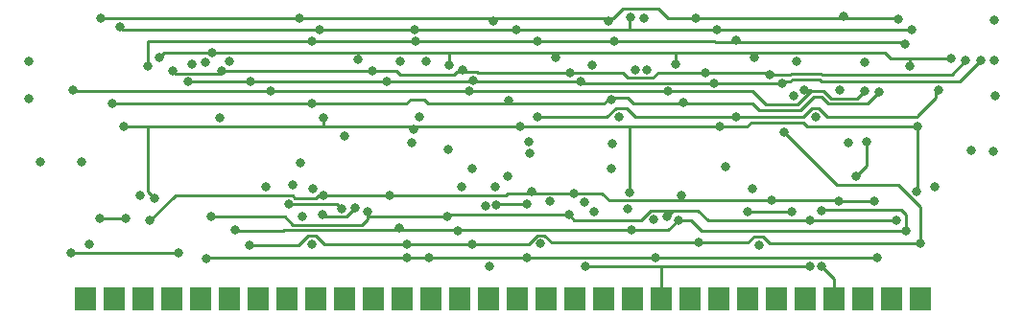
<source format=gbr>
%TF.GenerationSoftware,KiCad,Pcbnew,6.0.5+dfsg-1*%
%TF.CreationDate,2022-07-02T19:28:49+03:00*%
%TF.ProjectId,simm3016,73696d6d-3330-4313-962e-6b696361645f,2*%
%TF.SameCoordinates,Original*%
%TF.FileFunction,Copper,L4,Bot*%
%TF.FilePolarity,Positive*%
%FSLAX46Y46*%
G04 Gerber Fmt 4.6, Leading zero omitted, Abs format (unit mm)*
G04 Created by KiCad (PCBNEW 6.0.5+dfsg-1) date 2022-07-02 19:28:49*
%MOMM*%
%LPD*%
G01*
G04 APERTURE LIST*
%TA.AperFunction,ComponentPad*%
%ADD10R,1.900000X2.000000*%
%TD*%
%TA.AperFunction,ViaPad*%
%ADD11C,0.800000*%
%TD*%
%TA.AperFunction,Conductor*%
%ADD12C,0.250000*%
%TD*%
G04 APERTURE END LIST*
D10*
%TO.P,J1,1,Pin_1*%
%TO.N,+5V*%
X59940000Y-157030000D03*
%TO.P,J1,2,Pin_2*%
%TO.N,/~{CAS}*%
X62480000Y-157030000D03*
%TO.P,J1,3,Pin_3*%
%TO.N,/DQ0*%
X65020000Y-157030000D03*
%TO.P,J1,4,Pin_4*%
%TO.N,/A0*%
X67560000Y-157030000D03*
%TO.P,J1,5,Pin_5*%
%TO.N,/A1*%
X70100000Y-157030000D03*
%TO.P,J1,6,Pin_6*%
%TO.N,/DQ1*%
X72640000Y-157030000D03*
%TO.P,J1,7,Pin_7*%
%TO.N,/A2*%
X75180000Y-157030000D03*
%TO.P,J1,8,Pin_8*%
%TO.N,/A3*%
X77720000Y-157030000D03*
%TO.P,J1,9,Pin_9*%
%TO.N,GNDD*%
X80260000Y-157030000D03*
%TO.P,J1,10,Pin_10*%
%TO.N,/DQ2*%
X82800000Y-157030000D03*
%TO.P,J1,11,Pin_11*%
%TO.N,/A4*%
X85340000Y-157030000D03*
%TO.P,J1,12,Pin_12*%
%TO.N,/A5*%
X87880000Y-157030000D03*
%TO.P,J1,13,Pin_13*%
%TO.N,/DQ3*%
X90420000Y-157030000D03*
%TO.P,J1,14,Pin_14*%
%TO.N,/A6*%
X92960000Y-157030000D03*
%TO.P,J1,15,Pin_15*%
%TO.N,/A7*%
X95500000Y-157030000D03*
%TO.P,J1,16,Pin_16*%
%TO.N,/DQ4*%
X98040000Y-157030000D03*
%TO.P,J1,17,Pin_17*%
%TO.N,/A8*%
X100580000Y-157030000D03*
%TO.P,J1,18,Pin_18*%
%TO.N,/A9*%
X103120000Y-157030000D03*
%TO.P,J1,19,Pin_19*%
%TO.N,/A10*%
X105660000Y-157030000D03*
%TO.P,J1,20,Pin_20*%
%TO.N,/DQ5*%
X108200000Y-157030000D03*
%TO.P,J1,21,Pin_21*%
%TO.N,/~{WE}*%
X110740000Y-157030000D03*
%TO.P,J1,22,Pin_22*%
%TO.N,GNDD*%
X113280000Y-157030000D03*
%TO.P,J1,23,Pin_23*%
%TO.N,/DQ6*%
X115820000Y-157030000D03*
%TO.P,J1,24,Pin_24*%
%TO.N,/A11*%
X118360000Y-157030000D03*
%TO.P,J1,25,Pin_25*%
%TO.N,/DQ7*%
X120900000Y-157030000D03*
%TO.P,J1,26,Pin_26*%
%TO.N,/QP*%
X123440000Y-157030000D03*
%TO.P,J1,27,Pin_27*%
%TO.N,/~{RAS}*%
X125980000Y-157030000D03*
%TO.P,J1,28,Pin_28*%
%TO.N,/~{CASP}*%
X128520000Y-157030000D03*
%TO.P,J1,29,Pin_29*%
%TO.N,/DP*%
X131060000Y-157030000D03*
%TO.P,J1,30,Pin_30*%
%TO.N,+5V*%
X133600000Y-157030000D03*
%TD*%
D11*
%TO.N,+5V*%
X60295000Y-152155000D03*
X107025000Y-140935000D03*
X138060000Y-143900000D03*
X97165000Y-146135000D03*
X100115000Y-152125000D03*
X71805000Y-140965000D03*
X140215000Y-139030000D03*
X55995000Y-144895000D03*
X119395000Y-152235000D03*
X69310000Y-136230000D03*
X89435000Y-140925000D03*
X78215000Y-146965000D03*
X54990000Y-139330000D03*
X122455989Y-139050000D03*
X118785000Y-147275000D03*
X95565000Y-154129500D03*
X79935000Y-152175000D03*
X124355000Y-140915000D03*
%TO.N,GNDD*%
X96115000Y-147135000D03*
X75825000Y-147115000D03*
X70530500Y-136090000D03*
X78885000Y-144955000D03*
X116415000Y-145355000D03*
X59605000Y-144885000D03*
X54965000Y-136030000D03*
X140135000Y-132375000D03*
X140125000Y-135925000D03*
X122715000Y-135969500D03*
X90015000Y-136030000D03*
X87725000Y-135969500D03*
X134836907Y-147125550D03*
X104660500Y-136321039D03*
X99135000Y-144135000D03*
X140040000Y-143980000D03*
X72665000Y-135969500D03*
X80037571Y-147265168D03*
%TO.N,/~{WE}*%
X104060000Y-154170000D03*
X63495000Y-149885000D03*
X93800500Y-138649500D03*
X82575489Y-149015489D03*
X76299500Y-138649500D03*
X123910497Y-154129500D03*
X128695000Y-138649500D03*
X111309500Y-138649500D03*
X58815000Y-138535000D03*
X77925000Y-148605000D03*
X123328537Y-138562491D03*
X61255000Y-149885000D03*
%TO.N,/~{RAS}*%
X104840000Y-149300000D03*
X79925000Y-139765000D03*
X112669011Y-139610000D03*
X106450000Y-143250498D03*
X83775000Y-148935000D03*
X97249502Y-139450000D03*
X124910000Y-154129500D03*
X106330000Y-139374000D03*
X80845000Y-149555000D03*
X127940000Y-146160000D03*
X62285000Y-139765000D03*
X128870000Y-143120000D03*
X129955000Y-138755000D03*
%TO.N,/A11*%
X65645000Y-150035498D03*
X129560000Y-148350000D03*
X86749511Y-147859511D03*
X99280000Y-147530000D03*
X112500000Y-147835500D03*
X120500500Y-148295000D03*
X80910500Y-147835000D03*
X126429500Y-148350000D03*
X103029989Y-147660489D03*
%TO.N,/A10*%
X133365000Y-141795000D03*
X66075000Y-148145000D03*
X107930000Y-147570500D03*
X80975000Y-141005000D03*
X115925000Y-141795000D03*
X98260500Y-141755902D03*
X63335000Y-141795000D03*
X133267299Y-147532701D03*
X88925000Y-141985000D03*
%TO.N,/A0*%
X99819502Y-140950000D03*
X82845000Y-142645000D03*
X88329500Y-153367701D03*
X90225000Y-153405000D03*
X98885000Y-153405000D03*
X117329502Y-140930000D03*
X96220000Y-148700000D03*
X110260000Y-153405000D03*
X135210000Y-138530000D03*
X70610000Y-153410000D03*
X129835000Y-153405000D03*
X98860000Y-148600000D03*
%TO.N,/A1*%
X91845000Y-149745000D03*
X111255000Y-149745000D03*
X84835000Y-149270500D03*
X131509500Y-150085000D03*
X71035000Y-149745000D03*
X123905000Y-150085000D03*
X102580000Y-149570000D03*
%TO.N,/A2*%
X124895000Y-149195000D03*
X87650000Y-150780000D03*
X112280500Y-150034855D03*
X132360000Y-151010000D03*
X108149500Y-150950969D03*
X73160000Y-150950000D03*
X92790000Y-150990000D03*
%TO.N,/A3*%
X74430000Y-152260000D03*
X114080000Y-152050000D03*
X110064500Y-149940000D03*
X107810000Y-149020000D03*
X133630000Y-152110000D03*
X94060000Y-152185000D03*
X88295000Y-152215000D03*
X121560000Y-142240000D03*
%TO.N,/A4*%
X138935000Y-135915000D03*
X86539511Y-137749511D03*
X121415000Y-137925000D03*
X94029502Y-145470000D03*
X74540489Y-137749511D03*
X68975000Y-137825000D03*
X94161880Y-137717615D03*
X115445000Y-137925000D03*
X103665000Y-137815000D03*
%TO.N,/A5*%
X120275000Y-137155000D03*
X93100000Y-147070000D03*
X114665000Y-137055000D03*
X67685000Y-136855000D03*
X93250000Y-136730000D03*
X85225000Y-136855000D03*
X102695000Y-137025000D03*
X71995000Y-136855000D03*
X137625000Y-135915000D03*
%TO.N,/A6*%
X111990000Y-136300000D03*
X71130000Y-135245000D03*
X132640489Y-136430500D03*
X91959989Y-143804511D03*
X136355000Y-135775000D03*
X83975000Y-135815000D03*
X66455000Y-135685000D03*
X92000000Y-136360000D03*
X101425000Y-135665000D03*
X118945000Y-135705000D03*
X95224602Y-148790491D03*
%TO.N,/A7*%
X132255000Y-134445000D03*
X117329502Y-134170000D03*
X65469500Y-136445000D03*
X99819502Y-134195000D03*
X106580498Y-134195000D03*
X89070498Y-134195000D03*
X79955000Y-134195000D03*
%TO.N,/A8*%
X97951951Y-133198049D03*
X88948049Y-133198049D03*
X99043831Y-143133224D03*
X132858049Y-133198049D03*
X109500000Y-136740000D03*
X108065533Y-132102863D03*
X115641951Y-133198049D03*
X63025000Y-132944000D03*
X88715000Y-143245000D03*
X80601951Y-133198049D03*
%TO.N,/A9*%
X106102068Y-132473538D03*
X95949502Y-132473549D03*
X106369502Y-145450000D03*
X78859500Y-132219500D03*
X61305000Y-132219500D03*
X131640000Y-132280000D03*
X126800000Y-132010000D03*
X113820500Y-132219500D03*
%TO.N,/~{CAS}*%
X64745000Y-147835500D03*
%TO.N,/DQ1*%
X58699051Y-152935000D03*
X68155000Y-152935000D03*
%TO.N,/DQ2*%
X79070000Y-149700000D03*
%TO.N,/DQ5*%
X100960500Y-148385000D03*
X103980000Y-148480000D03*
%TO.N,/DQ7*%
X122240000Y-149270000D03*
X109183634Y-132196366D03*
X118360000Y-149300000D03*
X108500558Y-136750980D03*
%TO.N,/DP*%
X127220000Y-143230000D03*
X126460000Y-138530000D03*
%TO.N,/~{CASP}*%
X128715000Y-136135000D03*
%TD*%
D12*
%TO.N,/~{WE}*%
X104240000Y-154129500D02*
X110740500Y-154129500D01*
X76299500Y-138649500D02*
X58929500Y-138649500D01*
X58929500Y-138649500D02*
X58815000Y-138535000D01*
X110740500Y-154129500D02*
X123910497Y-154129500D01*
X61255000Y-149885000D02*
X63495000Y-149885000D01*
X93800500Y-138649500D02*
X76299500Y-138649500D01*
X123970500Y-138649500D02*
X125084020Y-138649500D01*
X122810000Y-139810000D02*
X119961000Y-139810000D01*
X77925000Y-148605000D02*
X82165000Y-148605000D01*
X123970500Y-138649500D02*
X122810000Y-139810000D01*
X82165000Y-148605000D02*
X82575489Y-149015489D01*
X110740000Y-156330000D02*
X110740000Y-154130000D01*
X123970500Y-138649500D02*
X123883491Y-138562491D01*
X128695000Y-138649500D02*
X128029020Y-139315480D01*
X111309500Y-138649500D02*
X93800500Y-138649500D01*
X123883491Y-138562491D02*
X123328537Y-138562491D01*
X110740000Y-154130000D02*
X110740500Y-154129500D01*
X125750000Y-139315480D02*
X125084020Y-138649500D01*
X119961000Y-139810000D02*
X118800500Y-138649500D01*
X118800500Y-138649500D02*
X111309500Y-138649500D01*
X128029020Y-139315480D02*
X125750000Y-139315480D01*
%TO.N,/~{RAS}*%
X119350000Y-140330000D02*
X123040000Y-140330000D01*
X89840000Y-139400000D02*
X90205000Y-139765000D01*
X128870000Y-143120000D02*
X128870000Y-145230000D01*
X88620000Y-139400000D02*
X89840000Y-139400000D01*
X124910000Y-154129500D02*
X125980000Y-155199500D01*
X88255000Y-139765000D02*
X88620000Y-139400000D01*
X82970000Y-149740000D02*
X83775000Y-148935000D01*
X108315000Y-139765000D02*
X118785000Y-139765000D01*
X124870000Y-139170000D02*
X125465000Y-139765000D01*
X128870000Y-145230000D02*
X127940000Y-146160000D01*
X128945000Y-139765000D02*
X129955000Y-138755000D01*
X105675000Y-139765000D02*
X106220000Y-139220000D01*
X80845000Y-149555000D02*
X81030000Y-149740000D01*
X107770000Y-139220000D02*
X108315000Y-139765000D01*
X90205000Y-139765000D02*
X105675000Y-139765000D01*
X123040000Y-140330000D02*
X124200000Y-139170000D01*
X124200000Y-139170000D02*
X124870000Y-139170000D01*
X125980000Y-155199500D02*
X125980000Y-156330000D01*
X125465000Y-139765000D02*
X128945000Y-139765000D01*
X106220000Y-139220000D02*
X107770000Y-139220000D01*
X62285000Y-139765000D02*
X88255000Y-139765000D01*
X118785000Y-139765000D02*
X119350000Y-140330000D01*
X81030000Y-149740000D02*
X82970000Y-149740000D01*
%TO.N,/A11*%
X67870489Y-147859511D02*
X65645000Y-150085000D01*
X120500500Y-148295000D02*
X126374500Y-148295000D01*
X78419614Y-148075000D02*
X78204125Y-147859511D01*
X105530489Y-147660489D02*
X97219511Y-147660489D01*
X80910500Y-147835000D02*
X80485000Y-147835000D01*
X80245000Y-148075000D02*
X78419614Y-148075000D01*
X126429500Y-148350000D02*
X129560000Y-148350000D01*
X80485000Y-147835000D02*
X80245000Y-148075000D01*
X97020489Y-147859511D02*
X86749511Y-147859511D01*
X78204125Y-147859511D02*
X67870489Y-147859511D01*
X97219511Y-147660489D02*
X97020489Y-147859511D01*
X86725000Y-147835000D02*
X86749511Y-147859511D01*
X65645000Y-150085000D02*
X65645000Y-150035498D01*
X126374500Y-148295000D02*
X126429500Y-148350000D01*
X120500500Y-148295000D02*
X106165000Y-148295000D01*
X106165000Y-148295000D02*
X105530489Y-147660489D01*
X80910500Y-147835000D02*
X86725000Y-147835000D01*
%TO.N,/A10*%
X80935000Y-141795000D02*
X80935000Y-141045000D01*
X107925000Y-147565500D02*
X107930000Y-147570500D01*
X65405000Y-141795000D02*
X63335000Y-141795000D01*
X80935000Y-141795000D02*
X65405000Y-141795000D01*
X133365000Y-141795000D02*
X133365000Y-147435000D01*
X118690000Y-141430000D02*
X123290000Y-141430000D01*
X133365000Y-147435000D02*
X133267299Y-147532701D01*
X65469500Y-141859500D02*
X65469500Y-147539500D01*
X107925000Y-141795000D02*
X115925000Y-141795000D01*
X65405000Y-141795000D02*
X65469500Y-141859500D01*
X107925000Y-141795000D02*
X107925000Y-147565500D01*
X118325000Y-141795000D02*
X118690000Y-141430000D01*
X80935000Y-141045000D02*
X80975000Y-141005000D01*
X123290000Y-141430000D02*
X123655000Y-141795000D01*
X115925000Y-141795000D02*
X118325000Y-141795000D01*
X123655000Y-141795000D02*
X133365000Y-141795000D01*
X65469500Y-147539500D02*
X66075000Y-148145000D01*
X80935000Y-141795000D02*
X98505000Y-141795000D01*
X98299598Y-141795000D02*
X98260500Y-141755902D01*
X107925000Y-141795000D02*
X98505000Y-141795000D01*
%TO.N,/A0*%
X107700000Y-140130000D02*
X108470000Y-140900000D01*
X135210000Y-138530000D02*
X135000011Y-138739989D01*
X98885000Y-153405000D02*
X110234502Y-153405000D01*
X108500000Y-140930000D02*
X117329502Y-140930000D01*
X135000011Y-139200000D02*
X133350000Y-140850011D01*
X96320000Y-148600000D02*
X96220000Y-148700000D01*
X133350000Y-140920000D02*
X125390000Y-140920000D01*
X124054897Y-140190489D02*
X123315386Y-140930000D01*
X124660489Y-140190489D02*
X124054897Y-140190489D01*
X135000011Y-138739989D02*
X135000011Y-139200000D01*
X133350000Y-140850011D02*
X133350000Y-140920000D01*
X123315386Y-140930000D02*
X117329502Y-140930000D01*
X70584502Y-153405000D02*
X90225000Y-153405000D01*
X108470000Y-140900000D02*
X108500000Y-140930000D01*
X125390000Y-140920000D02*
X124660489Y-140190489D01*
X105950000Y-140950000D02*
X106770000Y-140130000D01*
X96340000Y-148600000D02*
X96320000Y-148600000D01*
X105890000Y-140950000D02*
X105950000Y-140950000D01*
X90225000Y-153405000D02*
X98885000Y-153405000D01*
X99819502Y-140950000D02*
X105890000Y-140950000D01*
X106770000Y-140130000D02*
X107700000Y-140130000D01*
X110234502Y-153405000D02*
X129835000Y-153405000D01*
X98860000Y-148600000D02*
X96340000Y-148600000D01*
%TO.N,/A1*%
X123905000Y-150085000D02*
X114865000Y-150085000D01*
X102580000Y-149570000D02*
X92020000Y-149570000D01*
X71035000Y-149745000D02*
X77525000Y-149745000D01*
X84835000Y-149995000D02*
X84835000Y-149675000D01*
X102580000Y-149570000D02*
X103034511Y-150024511D01*
X91845000Y-149745000D02*
X84905000Y-149745000D01*
X92020000Y-149570000D02*
X91845000Y-149745000D01*
X131509500Y-150085000D02*
X123905000Y-150085000D01*
X109794886Y-149185000D02*
X113965000Y-149185000D01*
X78265480Y-150485480D02*
X84344520Y-150485480D01*
X84835000Y-149675000D02*
X84835000Y-149270500D01*
X84905000Y-149745000D02*
X84835000Y-149675000D01*
X77525000Y-149745000D02*
X78265480Y-150485480D01*
X103034511Y-150024511D02*
X108955375Y-150024511D01*
X114865000Y-150085000D02*
X113965000Y-149185000D01*
X111815000Y-149185000D02*
X111255000Y-149745000D01*
X108955375Y-150024511D02*
X109794886Y-149185000D01*
X84344520Y-150485480D02*
X84835000Y-149995000D01*
%TO.N,/A2*%
X112280500Y-150034855D02*
X113354855Y-150034855D01*
X92754502Y-150985000D02*
X92788533Y-150950969D01*
X131880000Y-149100000D02*
X132344502Y-149564502D01*
X113354855Y-150034855D02*
X114305000Y-150985000D01*
X124990000Y-149100000D02*
X131880000Y-149100000D01*
X132344502Y-149564502D02*
X132344502Y-151005000D01*
X114305000Y-150985000D02*
X114325000Y-151005000D01*
X77445000Y-150935000D02*
X77415000Y-150965000D01*
X92788533Y-150950969D02*
X111364386Y-150950969D01*
X77415000Y-150965000D02*
X73124502Y-150965000D01*
X111364386Y-150950969D02*
X112280500Y-150034855D01*
X124895000Y-149195000D02*
X124990000Y-149100000D01*
X92704502Y-150935000D02*
X92754502Y-150985000D01*
X77445000Y-150935000D02*
X92704502Y-150935000D01*
X114325000Y-151005000D02*
X132344502Y-151005000D01*
%TO.N,/A3*%
X118929511Y-151510489D02*
X119695103Y-151510489D01*
X94024502Y-152185000D02*
X99030386Y-152185000D01*
X100430489Y-151400489D02*
X101075000Y-152045000D01*
X93994502Y-152215000D02*
X94024502Y-152185000D01*
X114044502Y-152045000D02*
X118395000Y-152045000D01*
X131670000Y-146960000D02*
X133614502Y-148904502D01*
X119695103Y-151510489D02*
X120225000Y-152040386D01*
X99030386Y-152185000D02*
X99814897Y-151400489D01*
X78765000Y-152265000D02*
X79579511Y-151450489D01*
X118395000Y-152045000D02*
X118929511Y-151510489D01*
X99814897Y-151400489D02*
X100430489Y-151400489D01*
X78765000Y-152265000D02*
X74415000Y-152265000D01*
X101075000Y-152045000D02*
X114044502Y-152045000D01*
X120299614Y-152115000D02*
X133614502Y-152115000D01*
X133614502Y-148904502D02*
X133614502Y-152115000D01*
X126280000Y-146960000D02*
X131670000Y-146960000D01*
X121560000Y-142240000D02*
X126280000Y-146960000D01*
X80260489Y-151450489D02*
X81025000Y-152215000D01*
X88295000Y-152215000D02*
X93994502Y-152215000D01*
X120225000Y-152040386D02*
X120299614Y-152115000D01*
X81025000Y-152215000D02*
X88295000Y-152215000D01*
X79579511Y-151450489D02*
X80260489Y-151450489D01*
%TO.N,/A4*%
X121534501Y-137805499D02*
X121415000Y-137925000D01*
X138935000Y-135915000D02*
X137044501Y-137805499D01*
X137044501Y-137805499D02*
X124905499Y-137805499D01*
X124690000Y-137590000D02*
X122345718Y-137590000D01*
X74540489Y-137749511D02*
X103620489Y-137749511D01*
X122130219Y-137805499D02*
X121534501Y-137805499D01*
X115445000Y-137925000D02*
X103775000Y-137925000D01*
X121415000Y-137925000D02*
X115445000Y-137925000D01*
X124905499Y-137805499D02*
X124690000Y-137590000D01*
X69050489Y-137749511D02*
X68975000Y-137825000D01*
X74540489Y-137749511D02*
X69050489Y-137749511D01*
X103775000Y-137925000D02*
X103665000Y-137815000D01*
X122345718Y-137590000D02*
X122130219Y-137805499D01*
%TO.N,/A5*%
X124890480Y-137140480D02*
X124905000Y-137155000D01*
X122159521Y-137140480D02*
X124890480Y-137140480D01*
X71995000Y-136855000D02*
X85225000Y-136855000D01*
X107325000Y-137055000D02*
X102725000Y-137055000D01*
X94485489Y-136975489D02*
X92694511Y-136975489D01*
X110385000Y-137055000D02*
X110385000Y-137095000D01*
X136385000Y-137155000D02*
X137625000Y-135915000D01*
X110385000Y-137095000D02*
X110004520Y-137475480D01*
X71995000Y-136855000D02*
X71770000Y-137080000D01*
X114665000Y-137055000D02*
X110385000Y-137055000D01*
X120555000Y-137055000D02*
X114665000Y-137055000D01*
X120275000Y-137155000D02*
X122145000Y-137155000D01*
X110004520Y-137475480D02*
X107745480Y-137475480D01*
X124905000Y-137155000D02*
X136385000Y-137155000D01*
X87740000Y-137190000D02*
X87405000Y-136855000D01*
X85225000Y-136855000D02*
X87405000Y-136855000D01*
X92694511Y-136975489D02*
X92480000Y-137190000D01*
X71770000Y-137080000D02*
X67910000Y-137080000D01*
X92480000Y-137190000D02*
X87740000Y-137190000D01*
X94535000Y-137025000D02*
X102695000Y-137025000D01*
X94535000Y-137025000D02*
X94485489Y-136975489D01*
X107745480Y-137475480D02*
X107325000Y-137055000D01*
X122145000Y-137155000D02*
X122159521Y-137140480D01*
X102725000Y-137055000D02*
X102695000Y-137025000D01*
X67910000Y-137080000D02*
X67685000Y-136855000D01*
%TO.N,/A6*%
X132665000Y-135775000D02*
X132665000Y-136405989D01*
X83975000Y-135245000D02*
X101425000Y-135245000D01*
X71115000Y-135245000D02*
X83975000Y-135245000D01*
X66455000Y-135685000D02*
X66895000Y-135245000D01*
X136355000Y-135775000D02*
X132665000Y-135775000D01*
X101425000Y-135245000D02*
X101425000Y-135665000D01*
X111990000Y-136300000D02*
X111990000Y-135270000D01*
X66895000Y-135245000D02*
X71115000Y-135245000D01*
X118955000Y-135695000D02*
X118945000Y-135705000D01*
X118955000Y-135245000D02*
X130475000Y-135245000D01*
X118955000Y-135245000D02*
X118955000Y-135695000D01*
X101425000Y-135245000D02*
X111965000Y-135245000D01*
X111990000Y-135270000D02*
X111965000Y-135245000D01*
X111965000Y-135245000D02*
X118955000Y-135245000D01*
X132665000Y-135775000D02*
X131005000Y-135775000D01*
X132665000Y-136405989D02*
X132640489Y-136430500D01*
X83975000Y-135815000D02*
X83975000Y-135245000D01*
X131005000Y-135775000D02*
X130475000Y-135245000D01*
X92000000Y-136360000D02*
X92000000Y-135280000D01*
%TO.N,/A7*%
X65469500Y-136445000D02*
X65469500Y-134250500D01*
X65469500Y-134250500D02*
X65525000Y-134195000D01*
X115525498Y-134305000D02*
X132115000Y-134305000D01*
X65525000Y-134195000D02*
X106405000Y-134195000D01*
X132115000Y-134305000D02*
X132255000Y-134445000D01*
X115505000Y-134195000D02*
X115525498Y-134215498D01*
X106405000Y-134195000D02*
X115505000Y-134195000D01*
X115525498Y-134215498D02*
X115525498Y-134305000D01*
%TO.N,/A8*%
X63025000Y-132944000D02*
X63279049Y-133198049D01*
X80601951Y-133198049D02*
X88948049Y-133198049D01*
X107991951Y-133198049D02*
X107991951Y-132176445D01*
X132858049Y-133198049D02*
X115641951Y-133198049D01*
X88948049Y-133198049D02*
X107991951Y-133198049D01*
X63279049Y-133198049D02*
X80601951Y-133198049D01*
X107991951Y-133198049D02*
X115641951Y-133198049D01*
X107991951Y-132176445D02*
X108065533Y-132102863D01*
%TO.N,/A9*%
X131249500Y-132219500D02*
X131265000Y-132235000D01*
X96203551Y-132219500D02*
X95949502Y-132473549D01*
X106509500Y-132219500D02*
X78859500Y-132219500D01*
X131640000Y-132280000D02*
X131579500Y-132219500D01*
X105848030Y-132219500D02*
X106102068Y-132473538D01*
X110468352Y-131378352D02*
X107350648Y-131378352D01*
X113820500Y-132219500D02*
X131249500Y-132219500D01*
X113820500Y-132219500D02*
X111309500Y-132219500D01*
X107350648Y-131378352D02*
X106509500Y-132219500D01*
X131579500Y-132219500D02*
X131249500Y-132219500D01*
X61305000Y-132219500D02*
X78859500Y-132219500D01*
X111309500Y-132219500D02*
X110468352Y-131378352D01*
%TO.N,/DQ1*%
X58699051Y-152935000D02*
X68155000Y-152935000D01*
%TO.N,/DQ7*%
X118360000Y-149300000D02*
X122210000Y-149300000D01*
X122210000Y-149300000D02*
X122240000Y-149270000D01*
%TD*%
M02*

</source>
